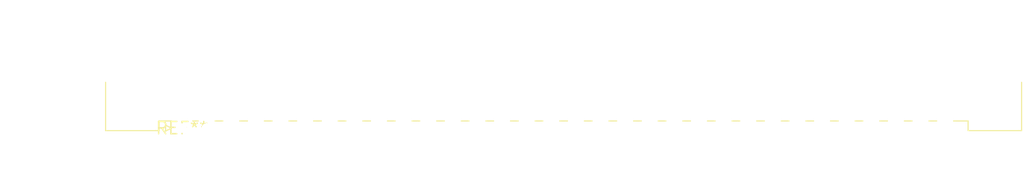
<source format=kicad_pcb>
(kicad_pcb (version 20240108) (generator pcbnew)
  (layers (0 "F.Cu" signal) (31 "B.Cu" signal) (34 "B.Paste" user) (35 "F.Paste" user) (36 "B.SilkS" user "B.Silkscreen") (37 "F.SilkS" user "F.Silkscreen") (38 "B.Mask" user) (39 "F.Mask" user) (44 "Edge.Cuts" user))
  (net 0 "")
  (footprint "DIN41612_C_3x32_Male_Horizontal_THT" (layer "F.Cu") (at 0 0)
    (property "Reference" "REF**")
    (property "Value" "DIN41612_C_3x32_Male_Horizontal_THT")
    (fp_line (start -7.89 -4.74) (end -7.89 0.26) (layer "F.SilkS") (stroke (width 0.12)))
    (fp_line (start -7.89 0.26) (end -2.37 0.26) (layer "F.SilkS") (stroke (width 0.12)))
    (fp_line (start -2.371 -0.74) (end -1.095 -0.74) (layer "F.SilkS") (stroke (width 0.12)))
    (fp_line (start -2.37 0.26) (end -2.37 -0.74) (layer "F.SilkS") (stroke (width 0.12)))
    (fp_line (start -1.695 -0.3) (end -1.695 0.3) (layer "F.SilkS") (stroke (width 0.12)))
    (fp_line (start -1.695 0.3) (end -1.095 0) (layer "F.SilkS") (stroke (width 0.12)))
    (fp_line (start -1.095 0) (end -1.695 -0.3) (layer "F.SilkS") (stroke (width 0.12)))
    (fp_line (start 1.095 -0.74) (end 1.671 -0.74) (layer "F.SilkS") (stroke (width 0.12)))
    (fp_line (start 3.41 -0.74) (end 4.211 -0.74) (layer "F.SilkS") (stroke (width 0.12)))
    (fp_line (start 5.95 -0.74) (end 6.751 -0.74) (layer "F.SilkS") (stroke (width 0.12)))
    (fp_line (start 8.49 -0.74) (end 9.291 -0.74) (layer "F.SilkS") (stroke (width 0.12)))
    (fp_line (start 11.03 -0.74) (end 11.831 -0.74) (layer "F.SilkS") (stroke (width 0.12)))
    (fp_line (start 13.57 -0.74) (end 14.371 -0.74) (layer "F.SilkS") (stroke (width 0.12)))
    (fp_line (start 16.11 -0.74) (end 16.911 -0.74) (layer "F.SilkS") (stroke (width 0.12)))
    (fp_line (start 18.65 -0.74) (end 19.451 -0.74) (layer "F.SilkS") (stroke (width 0.12)))
    (fp_line (start 21.19 -0.74) (end 21.991 -0.74) (layer "F.SilkS") (stroke (width 0.12)))
    (fp_line (start 23.73 -0.74) (end 24.531 -0.74) (layer "F.SilkS") (stroke (width 0.12)))
    (fp_line (start 26.27 -0.74) (end 27.071 -0.74) (layer "F.SilkS") (stroke (width 0.12)))
    (fp_line (start 28.81 -0.74) (end 29.611 -0.74) (layer "F.SilkS") (stroke (width 0.12)))
    (fp_line (start 31.35 -0.74) (end 32.151 -0.74) (layer "F.SilkS") (stroke (width 0.12)))
    (fp_line (start 33.89 -0.74) (end 34.691 -0.74) (layer "F.SilkS") (stroke (width 0.12)))
    (fp_line (start 36.43 -0.74) (end 37.231 -0.74) (layer "F.SilkS") (stroke (width 0.12)))
    (fp_line (start 38.97 -0.74) (end 39.771 -0.74) (layer "F.SilkS") (stroke (width 0.12)))
    (fp_line (start 41.51 -0.74) (end 42.311 -0.74) (layer "F.SilkS") (stroke (width 0.12)))
    (fp_line (start 44.05 -0.74) (end 44.851 -0.74) (layer "F.SilkS") (stroke (width 0.12)))
    (fp_line (start 46.59 -0.74) (end 47.391 -0.74) (layer "F.SilkS") (stroke (width 0.12)))
    (fp_line (start 49.13 -0.74) (end 49.931 -0.74) (layer "F.SilkS") (stroke (width 0.12)))
    (fp_line (start 51.67 -0.74) (end 52.471 -0.74) (layer "F.SilkS") (stroke (width 0.12)))
    (fp_line (start 54.21 -0.74) (end 55.011 -0.74) (layer "F.SilkS") (stroke (width 0.12)))
    (fp_line (start 56.75 -0.74) (end 57.551 -0.74) (layer "F.SilkS") (stroke (width 0.12)))
    (fp_line (start 59.29 -0.74) (end 60.091 -0.74) (layer "F.SilkS") (stroke (width 0.12)))
    (fp_line (start 61.83 -0.74) (end 62.631 -0.74) (layer "F.SilkS") (stroke (width 0.12)))
    (fp_line (start 64.37 -0.74) (end 65.171 -0.74) (layer "F.SilkS") (stroke (width 0.12)))
    (fp_line (start 66.91 -0.74) (end 67.711 -0.74) (layer "F.SilkS") (stroke (width 0.12)))
    (fp_line (start 69.45 -0.74) (end 70.251 -0.74) (layer "F.SilkS") (stroke (width 0.12)))
    (fp_line (start 71.99 -0.74) (end 72.791 -0.74) (layer "F.SilkS") (stroke (width 0.12)))
    (fp_line (start 74.53 -0.74) (end 75.331 -0.74) (layer "F.SilkS") (stroke (width 0.12)))
    (fp_line (start 77.07 -0.74) (end 77.871 -0.74) (layer "F.SilkS") (stroke (width 0.12)))
    (fp_line (start 79.61 -0.74) (end 81.11 -0.74) (layer "F.SilkS") (stroke (width 0.12)))
    (fp_line (start 81.11 0.26) (end 81.11 -0.74) (layer "F.SilkS") (stroke (width 0.12)))
    (fp_line (start 86.63 -4.74) (end 86.63 0.26) (layer "F.SilkS") (stroke (width 0.12)))
    (fp_line (start 86.63 0.26) (end 81.11 0.26) (layer "F.SilkS") (stroke (width 0.12)))
    (pad "" np_thru_hole circle (at -5.08 -2.54) (size 2.85 2.85) (drill 2.85) (layers *.Cu *.Mask))
    (pad "" np_thru_hole circle (at 83.82 -2.54) (size 2.85 2.85) (drill 2.85) (layers *.Cu *.Mask))
    (pad "a1" thru_hole roundrect (at 0 0) (size 1.55 1.55) (drill 1) (layers *.Cu *.Mask) (remove_unused_layers) (roundrect_rratio 0.16129))
    (pad "a2" thru_hole circle (at 2.54 0) (size 1.55 1.55) (drill 1) (layers *.Cu *.Mask) (remove_unused_layers))
    (pad "a3" thru_hole circle (at 5.08 0) (size 1.55 1.55) (drill 1) (layers *.Cu *.Mask) (remove_unused_layers))
    (pad "a4" thru_hole circle (at 7.62 0) (size 1.55 1.55) (drill 1) (layers *.Cu *.Mask) (remove_unused_layers))
    (pad "a5" thru_hole circle (at 10.16 0) (size 1.55 1.55) (drill 1) (layers *.Cu *.Mask) (remove_unused_layers))
    (pad "a6" thru_hole circle (at 12.7 0) (size 1.55 1.55) (drill 1) (layers *.Cu *.Mask) (remove_unused_layers))
    (pad "a7" thru_hole circle (at 15.24 0) (size 1.55 1.55) (drill 1) (layers *.Cu *.Mask) (remove_unused_layers))
    (pad "a8" thru_hole circle (at 17.78 0) (size 1.55 1.55) (drill 1) (layers *.Cu *.Mask) (remove_unused_layers))
    (pad "a9" thru_hole circle (at 20.32 0) (size 1.55 1.55) (drill 1) (layers *.Cu *.Mask) (remove_unused_layers))
    (pad "a10" thru_hole circle (at 22.86 0) (size 1.55 1.55) (drill 1) (layers *.Cu *.Mask) (remove_unused_layers))
    (pad "a11" thru_hole circle (at 25.4 0) (size 1.55 1.55) (drill 1) (layers *.Cu *.Mask) (remove_unused_layers))
    (pad "a12" thru_hole circle (at 27.94 0) (size 1.55 1.55) (drill 1) (layers *.Cu *.Mask) (remove_unused_layers))
    (pad "a13" thru_hole circle (at 30.48 0) (size 1.55 1.55) (drill 1) (layers *.Cu *.Mask) (remove_unused_layers))
    (pad "a14" thru_hole circle (at 33.02 0) (size 1.55 1.55) (drill 1) (layers *.Cu *.Mask) (remove_unused_layers))
    (pad "a15" thru_hole circle (at 35.56 0) (size 1.55 1.55) (drill 1) (layers *.Cu *.Mask) (remove_unused_layers))
    (pad "a16" thru_hole circle (at 38.1 0) (size 1.55 1.55) (drill 1) (layers *.Cu *.Mask) (remove_unused_layers))
    (pad "a17" thru_hole circle (at 40.64 0) (size 1.55 1.55) (drill 1) (layers *.Cu *.Mask) (remove_unused_layers))
    (pad "a18" thru_hole circle (at 43.18 0) (size 1.55 1.55) (drill 1) (layers *.Cu *.Mask) (remove_unused_layers))
    (pad "a19" thru_hole circle (at 45.72 0) (size 1.55 1.55) (drill 1) (layers *.Cu *.Mask) (remove_unused_layers))
    (pad "a20" thru_hole circle (at 48.26 0) (size 1.55 1.55) (drill 1) (layers *.Cu *.Mask) (remove_unused_layers))
    (pad "a21" thru_hole circle (at 50.8 0) (size 1.55 1.55) (drill 1) (layers *.Cu *.Mask) (remove_unused_layers))
    (pad "a22" thru_hole circle (at 53.34 0) (size 1.55 1.55) (drill 1) (layers *.Cu *.Mask) (remove_unused_layers))
    (pad "a23" thru_hole circle (at 55.88 0) (size 1.55 1.55) (drill 1) (layers *.Cu *.Mask) (remove_unused_layers))
    (pad "a24" thru_hole circle (at 58.42 0) (size 1.55 1.55) (drill 1) (layers *.Cu *.Mask) (remove_unused_layers))
    (pad "a25" thru_hole circle (at 60.96 0) (size 1.55 1.55) (drill 1) (layers *.Cu *.Mask) (remove_unused_layers))
    (pad "a26" thru_hole circle (at 63.5 0) (size 1.55 1.55) (drill 1) (layers *.Cu *.Mask) (remove_unused_layers))
    (pad "a27" thru_hole circle (at 66.04 0) (size 1.55 1.55) (drill 1) (layers *.Cu *.Mask) (remove_unused_layers))
    (pad "a28" thru_hole circle (at 68.58 0) (size 1.55 1.55) (drill 1) (layers *.Cu *.Mask) (remove_unused_layers))
    (pad "a29" thru_hole circle (at 71.12 0) (size 1.55 1.55) (drill 1) (layers *.Cu *.Mask) (remove_unused_layers))
    (pad "a30" thru_hole circle (at 73.66 0) (size 1.55 1.55) (drill 1) (layers *.Cu *.Mask) (remove_unused_layers))
    (pad "a31" thru_hole circle (at 76.2 0) (size 1.55 1.55) (drill 1) (layers *.Cu *.Mask) (remove_unused_layers))
    (pad "a32" thru_hole circle (at 78.74 0) (size 1.55 1.55) (drill 1) (layers *.Cu *.Mask) (remove_unused_layers))
    (pad "b1" thru_hole circle (at 0 2.54) (size 1.55 1.55) (drill 1) (layers *.Cu *.Mask) (remove_unused_layers))
    (pad "b2" thru_hole circle (at 2.54 2.54) (size 1.55 1.55) (drill 1) (layers *.Cu *.Mask) (remove_unused_layers))
    (pad "b3" thru_hole circle (at 5.08 2.54) (size 1.55 1.55) (drill 1) (layers *.Cu *.Mask) (remove_unused_layers))
    (pad "b4" thru_hole circle (at 7.62 2.54) (size 1.55 1.55) (drill 1) (layers *.Cu *.Mask) (remove_unused_layers))
    (pad "b5" thru_hole circle (at 10.16 2.54) (size 1.55 1.55) (drill 1) (layers *.Cu *.Mask) (remove_unused_layers))
    (pad "b6" thru_hole circle (at 12.7 2.54) (size 1.55 1.55) (drill 1) (layers *.Cu *.Mask) (remove_unused_layers))
    (pad "b7" thru_hole circle (at 15.24 2.54) (size 1.55 1.55) (drill 1) (layers *.Cu *.Mask) (remove_unused_layers))
    (pad "b8" thru_hole circle (at 17.78 2.54) (size 1.55 1.55) (drill 1) (layers *.Cu *.Mask) (remove_unused_layers))
    (pad "b9" thru_hole circle (at 20.32 2.54) (size 1.55 1.55) (drill 1) (layers *.Cu *.Mask) (remove_unused_layers))
    (pad "b10" thru_hole circle (at 22.86 2.54) (size 1.55 1.55) (drill 1) (layers *.Cu *.Mask) (remove_unused_layers))
    (pad "b11" thru_hole circle (at 25.4 2.54) (size 1.55 1.55) (drill 1) (layers *.Cu *.Mask) (remove_unused_layers))
    (pad "b12" thru_hole circle (at 27.94 2.54) (size 1.55 1.55) (drill 1) (layers *.Cu *.Mask) (remove_unused_layers))
    (pad "b13" thru_hole circle (at 30.48 2.54) (size 1.55 1.55) (drill 1) (layers *.Cu *.Mask) (remove_unused_layers))
    (pad "b14" thru_hole circle (at 33.02 2.54) (size 1.55 1.55) (drill 1) (layers *.Cu *.Mask) (remove_unused_layers))
    (pad "b15" thru_hole circle (at 35.56 2.54) (size 1.55 1.55) (drill 1) (layers *.Cu *.Mask) (remove_unused_layers))
    (pad "b16" thru_hole circle (at 38.1 2.54) (size 1.55 1.55) (drill 1) (layers *.Cu *.Mask) (remove_unused_layers))
    (pad "b17" thru_hole circle (at 40.64 2.54) (size 1.55 1.55) (drill 1) (layers *.Cu *.Mask) (remove_unused_layers))
    (pad "b18" thru_hole circle (at 43.18 2.54) (size 1.55 1.55) (drill 1) (layers *.Cu *.Mask) (remove_unused_layers))
    (pad "b19" thru_hole circle (at 45.72 2.54) (size 1.55 1.55) (drill 1) (layers *.Cu *.Mask) (remove_unused_layers))
    (pad "b20" thru_hole circle (at 48.26 2.54) (size 1.55 1.55) (drill 1) (layers *.Cu *.Mask) (remove_unused_layers))
    (pad "b21" thru_hole circle (at 50.8 2.54) (size 1.55 1.55) (drill 1) (layers *.Cu *.Mask) (remove_unused_layers))
    (pad "b22" thru_hole circle (at 53.34 2.54) (size 1.55 1.55) (drill 1) (layers *.Cu *.Mask) (remove_unused_layers))
    (pad "b23" thru_hole circle (at 55.88 2.54) (size 1.55 1.55) (drill 1) (layers *.Cu *.Mask) (remove_unused_layers))
    (pad "b24" thru_hole circle (at 58.42 2.54) (size 1.55 1.55) (drill 1) (layers *.Cu *.Mask) (remove_unused_layers))
    (pad "b25" thru_hole circle (at 60.96 2.54) (size 1.55 1.55) (drill 1) (layers *.Cu *.Mask) (remove_unused_layers))
    (pad "b26" thru_hole circle (at 63.5 2.54) (size 1.55 1.55) (drill 1) (layers *.Cu *.Mask) (remove_unused_layers))
    (pad "b27" thru_hole circle (at 66.04 2.54) (size 1.55 1.55) (drill 1) (layers *.Cu *.Mask) (remove_unused_layers))
    (pad "b28" thru_hole circle (at 68.58 2.54) (size 1.55 1.55) (drill 1) (layers *.Cu *.Mask) (remove_unused_layers))
    (pad "b29" thru_hole circle (at 71.12 2.54) (size 1.55 1.55) (drill 1) (layers *.Cu *.Mask) (remove_unused_layers))
    (pad "b30" thru_hole circle (at 73.66 2.54) (size 1.55 1.55) (drill 1) (layers *.Cu *.Mask) (remove_unused_layers))
    (pad "b31" thru_hole circle (at 76.2 2.54) (size 1.55 1.55) (drill 1) (layers *.Cu *.Mask) (remove_unused_layers))
    (pad "b32" thru_hole circle (at 78.74 2.54) (size 1.55 1.55) (drill 1) (layers *.Cu *.Mask) (remove_unused_layers))
    (pad "c1" thru_hole circle (at 0 5.08) (size 1.55 1.55) (drill 1) (layers *.Cu *.Mask) (remove_unused_layers))
    (pad "c2" thru_hole circle (at 2.54 5.08) (size 1.55 1.55) (drill 1) (layers *.Cu *.Mask) (remove_unused_layers))
    (pad "c3" thru_hole circle (at 5.08 5.08) (size 1.55 1.55) (drill 1) (layers *.Cu *.Mask) (remove_unused_layers))
    (pad "c4" thru_hole circle (at 7.62 5.08) (size 1.55 1.55) (drill 1) (layers *.Cu *.Mask) (remove_unused_layers))
    (pad "c5" thru_hole circle (at 10.16 5.08) (size 1.55 1.55) (drill 1) (layers *.Cu *.Mask) (remove_unused_layers))
    (pad "c6" thru_hole circle (at 12.7 5.08) (size 1.55 1.55) (drill 1) (layers *.Cu *.Mask) (remove_unused_layers))
    (pad "c7" thru_hole circle (at 15.24 5.08) (size 1.55 1.55) (drill 1) (layers *.Cu *.Mask) (remove_unused_layers))
    (pad "c8" thru_hole circle (at 17.78 5.08) (size 1.55 1.55) (drill 1) (layers *.Cu *.Mask) (remove_unused_layers))
    (pad "c9" thru_hole circle (at 20.32 5.08) (size 1.55 1.55) (drill 1) (layers *.Cu *.Mask) (remove_unused_layers))
    (pad "c10" thru_hole circle (at 22.86 5.08) (size 1.55 1.55) (drill 1) (layers *.Cu *.Mask) (remove_unused_layers))
    (pad "c11" thru_hole circle (at 25.4 5.08) (size 1.55 1.55) (drill 1) (layers *.Cu *.Mask) (remove_unused_layers))
    (pad "c12" thru_hole circle (at 27.94 5.08) (size 1.55 1.55) (drill 1) (layers *.Cu *.Mask) (remove_unused_layers))
    (pad "c13" thru_hole circle (at 30.48 5.08) (size 1.55 1.55) (drill 1) (layers *.Cu *.Mask) (remove_unused_layers))
    (pad "c14" thru_hole circle (at 33.02 5.08) (size 1.55 1.55) (drill 1) (layers *.Cu *.Mask) (remove_unused_layers))
    (pad "c15" thru_hole circle (at 35.56 5.08) (size 1.55 1.55) (drill 1) (layers *.Cu *.Mask) (remove_unused_layers))
    (pad "c16" thru_hole circle (at 38.1 5.08) (size 1.55 1.55) (drill 1) (layers *.Cu *.Mask) (remove_unused_layers))
    (pad "c17" thru_hole circle (at 40.64 5.08) (size 1.55 1.55) (drill 1) (layers *.Cu *.Mask) (remove_unused_layers))
    (pad "c18" thru_hole circle (at 43.18 5.08) (size 1.55 1.55) (drill 1) (layers *.Cu *.Mask) (remove_unused_layers))
    (pad "c19" thru_hole circle (at 45.72 5.08) (size 1.55 1.55) (drill 1) (layers *.Cu *.Mask) (remove_unused_layers))
    (pad "c20" thru_hole circle (at 48.26 5.08) (size 1.55 1.55) (drill 1) (layers *.Cu *.Mask) (remove_unused_layers))
    (pad "c21" thru_hole circle (at 50.8 5.08) (size 1.55 1.55) (drill 1) (layers *.Cu *.Mask) (remove_unused_layers))
    (pad "c22" thru_hole circle (at 53.34 5.08) (size 1.55 1.55) (drill 1) (layers *.Cu *.Mask) (remove_unused_layers))
    (pad "c23" thru_hole circle (at 55.88 5.08) (size 1.55 1.55) (drill 1) (layers *.Cu *.Mask) (remove_unused_layers))
    (pad "c24" thru_hole circle (at 58.42 5.08) (size 1.55 1.55) (drill 1) (layers *.Cu *.Mask) (remove_unused_layers))
    (pad "c25" thru_hole circle (at 60.96 5.08) (size 1.55 1.55) (drill 1) (layers *.Cu *.Mask) (remove_unused_layers))
    (pad "c26" thru_hole circle (at 63.5 5.08) (size 1.55 1.55) (drill 1) (layers *.Cu *.Mask) (remove_unused_layers))
    (pad "c27" thru_hole circle (at 66.04 5.08) (size 1.55 1.55) (drill 1) (layers *.Cu *.Mask) (remove_unused_layers))
    (pad "c28" thru_hole circle (at 68.58 5.08) (size 1.55 1.55) (drill 1) (layers *.Cu *.Mask) (remove_unused_layers))
    (pad "c29" thru_hole circle (at 71.12 5.08) (size 1.55 1.55) (drill 1) (layers *.Cu *.Mask) (remove_unused_layers))
    (pad "c30" thru_hole circle (at 73.66 5.08) (size 1.55 1.55) (drill 1) (layers *.Cu *.Mask) (remove_unused_layers))
    (pad "c31" thru_hole circle (at 76.2 5.08) (size 1.55 1.55) (drill 1) (layers *.Cu *.Mask) (remove_unused_layers))
    (pad "c32" thru_hole circle (at 78.74 5.08) (size 1.55 1.55) (drill 1) (layers *.Cu *.Mask) (remove_unused_layers))
  )
)
</source>
